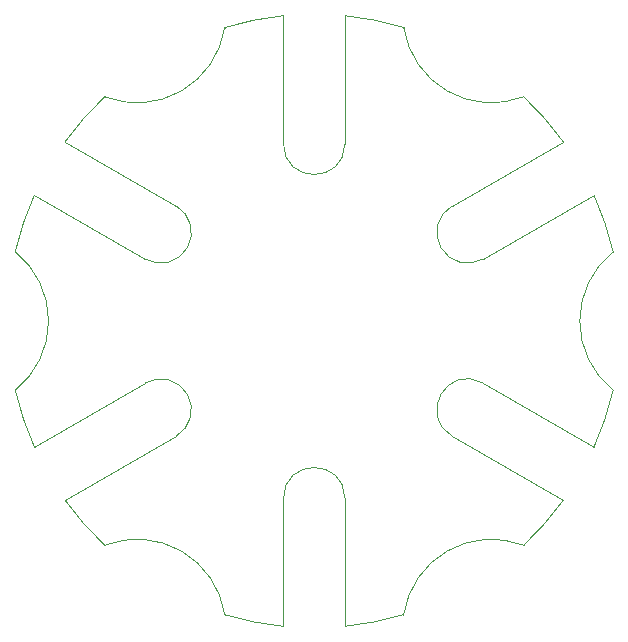
<source format=gbr>
G04 #@! TF.GenerationSoftware,KiCad,Pcbnew,5.1.5-52549c5~84~ubuntu18.04.1*
G04 #@! TF.CreationDate,2020-01-15T10:07:14+01:00*
G04 #@! TF.ProjectId,geneva,67656e65-7661-42e6-9b69-6361645f7063,rev?*
G04 #@! TF.SameCoordinates,Original*
G04 #@! TF.FileFunction,Profile,NP*
%FSLAX46Y46*%
G04 Gerber Fmt 4.6, Leading zero omitted, Abs format (unit mm)*
G04 Created by KiCad (PCBNEW 5.1.5-52549c5~84~ubuntu18.04.1) date 2020-01-15 10:07:14*
%MOMM*%
%LPD*%
G04 APERTURE LIST*
%ADD10C,0.050000*%
G04 APERTURE END LIST*
D10*
X62425659Y-75153920D02*
G75*
G02X52264185Y-81015182I-7425659J1134682D01*
G01*
X67400000Y-85000000D02*
X67400001Y-74150001D01*
X62441068Y-75143512D02*
G75*
G02X67400001Y-74150001I7558932J-24856488D01*
G01*
X62441068Y-75143512D02*
X62425659Y-75153920D01*
X95307562Y-105874499D02*
X95304507Y-105863469D01*
X44695493Y-94136531D02*
G75*
G02X44690758Y-105867257I-4695493J-5863469D01*
G01*
X67400000Y-115000000D02*
X67399213Y-125857826D01*
X58309619Y-109751666D02*
X48913244Y-115176665D01*
X87725000Y-118984818D02*
X87735814Y-118984817D01*
X72600000Y-115000000D02*
X72600000Y-125850000D01*
X58309619Y-90248334D02*
X48913245Y-84823335D01*
X95307562Y-105874500D02*
G75*
G02X93686755Y-110673334I-25307562J5874500D01*
G01*
X91086755Y-115176665D02*
G75*
G02X87735814Y-118984817I-21086755J15176665D01*
G01*
X55709619Y-105248334D02*
X46314691Y-110672682D01*
X81690381Y-109751666D02*
G75*
G02X84290381Y-105248334I1300000J2251666D01*
G01*
X67400000Y-115000000D02*
G75*
G02X72600000Y-115000000I2600000J0D01*
G01*
X46314691Y-110672682D02*
G75*
G02X44700000Y-105900000I23685309J10672682D01*
G01*
X95300000Y-94110000D02*
X95309242Y-94132743D01*
X84290381Y-94751666D02*
G75*
G02X81690381Y-90248334I-1300000J2251666D01*
G01*
X87728467Y-81013036D02*
G75*
G02X77580000Y-75160000I-2728467J6993798D01*
G01*
X87740453Y-81019516D02*
X87728467Y-81013036D01*
X95304507Y-105863469D02*
G75*
G02X95309242Y-94132743I4695493J5863469D01*
G01*
X77578228Y-124846674D02*
X77552153Y-124858548D01*
X44698455Y-94099640D02*
X44695493Y-94136531D01*
X44700000Y-105900000D02*
X44690758Y-105867257D01*
X62475000Y-124875000D02*
X62426573Y-124852075D01*
X77580000Y-75160000D02*
X77573427Y-75147926D01*
X55709619Y-94751666D02*
X46313245Y-89326666D01*
X67399213Y-125857826D02*
G75*
G02X62475000Y-124875000I2600787J25857826D01*
G01*
X52239242Y-118961485D02*
G75*
G02X48913244Y-115176665I17760758J18961485D01*
G01*
X81690381Y-109751666D02*
X91086755Y-115176665D01*
X84290381Y-94751666D02*
X93683240Y-89328251D01*
X72600000Y-85000000D02*
X72600000Y-74150002D01*
X48913245Y-84823335D02*
G75*
G02X52264186Y-81015183I21086755J-15176665D01*
G01*
X52269834Y-118982611D02*
X52239242Y-118961485D01*
X72600000Y-74150002D02*
G75*
G02X77573427Y-75147926I-2600000J-25849998D01*
G01*
X77578228Y-124846674D02*
G75*
G02X87725000Y-118984818I7421772J-1134088D01*
G01*
X93683240Y-89328251D02*
G75*
G02X95300000Y-94110000I-23683240J-10671749D01*
G01*
X84290381Y-105248334D02*
X93686757Y-110673334D01*
X58309619Y-90248334D02*
G75*
G02X55709619Y-94751666I-1300000J-2251666D01*
G01*
X72600000Y-85000000D02*
G75*
G02X67400000Y-85000000I-2600000J0D01*
G01*
X55709619Y-105248334D02*
G75*
G02X58309619Y-109751666I1300000J-2251666D01*
G01*
X87740452Y-81019516D02*
G75*
G02X91086756Y-84823335I-17740452J-18980484D01*
G01*
X52269834Y-118982611D02*
G75*
G02X62426573Y-124852075I2730166J-6998151D01*
G01*
X44698455Y-94099640D02*
G75*
G02X46313245Y-89326666I25301545J-5900360D01*
G01*
X77552153Y-124858548D02*
G75*
G02X72599999Y-125849999I-7552153J24858548D01*
G01*
X81690381Y-90248334D02*
X91086757Y-84823334D01*
M02*

</source>
